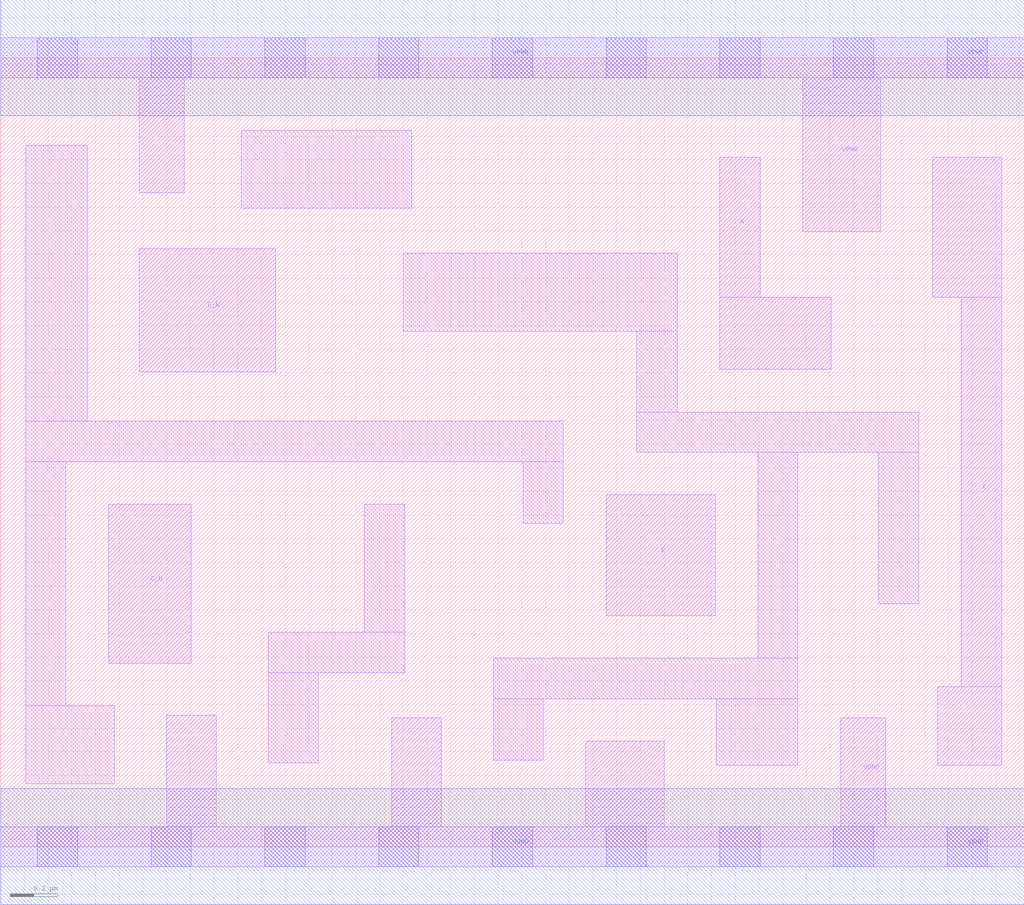
<source format=lef>
# Copyright 2020 The SkyWater PDK Authors
#
# Licensed under the Apache License, Version 2.0 (the "License");
# you may not use this file except in compliance with the License.
# You may obtain a copy of the License at
#
#     https://www.apache.org/licenses/LICENSE-2.0
#
# Unless required by applicable law or agreed to in writing, software
# distributed under the License is distributed on an "AS IS" BASIS,
# WITHOUT WARRANTIES OR CONDITIONS OF ANY KIND, either express or implied.
# See the License for the specific language governing permissions and
# limitations under the License.
#
# SPDX-License-Identifier: Apache-2.0

VERSION 5.7 ;
  NAMESCASESENSITIVE ON ;
  NOWIREEXTENSIONATPIN ON ;
  DIVIDERCHAR "/" ;
  BUSBITCHARS "[]" ;
UNITS
  DATABASE MICRONS 200 ;
END UNITS
MACRO sky130_fd_sc_lp__or4bb_m
  CLASS CORE ;
  SOURCE USER ;
  FOREIGN sky130_fd_sc_lp__or4bb_m ;
  ORIGIN  0.000000  0.000000 ;
  SIZE  4.320000 BY  3.330000 ;
  SYMMETRY X Y R90 ;
  SITE unit ;
  PIN A
    ANTENNAGATEAREA  0.126000 ;
    DIRECTION INPUT ;
    USE SIGNAL ;
    PORT
      LAYER li1 ;
        RECT 3.035000 2.015000 3.505000 2.320000 ;
        RECT 3.035000 2.320000 3.205000 2.910000 ;
    END
  END A
  PIN B
    ANTENNAGATEAREA  0.126000 ;
    DIRECTION INPUT ;
    USE SIGNAL ;
    PORT
      LAYER li1 ;
        RECT 2.555000 0.975000 3.015000 1.485000 ;
    END
  END B
  PIN C_N
    ANTENNAGATEAREA  0.126000 ;
    DIRECTION INPUT ;
    USE SIGNAL ;
    PORT
      LAYER li1 ;
        RECT 0.455000 0.775000 0.805000 1.445000 ;
    END
  END C_N
  PIN D_N
    ANTENNAGATEAREA  0.126000 ;
    DIRECTION INPUT ;
    USE SIGNAL ;
    PORT
      LAYER li1 ;
        RECT 0.585000 2.005000 1.160000 2.525000 ;
    END
  END D_N
  PIN X
    ANTENNADIFFAREA  0.222600 ;
    DIRECTION OUTPUT ;
    USE SIGNAL ;
    PORT
      LAYER li1 ;
        RECT 3.935000 2.320000 4.225000 2.910000 ;
        RECT 3.955000 0.345000 4.225000 0.675000 ;
        RECT 4.055000 0.675000 4.225000 2.320000 ;
    END
  END X
  PIN VGND
    DIRECTION INOUT ;
    USE GROUND ;
    PORT
      LAYER li1 ;
        RECT 0.000000 -0.085000 4.320000 0.085000 ;
        RECT 0.700000  0.085000 0.910000 0.555000 ;
        RECT 1.650000  0.085000 1.860000 0.545000 ;
        RECT 2.470000  0.085000 2.800000 0.445000 ;
        RECT 3.545000  0.085000 3.735000 0.545000 ;
      LAYER mcon ;
        RECT 0.155000 -0.085000 0.325000 0.085000 ;
        RECT 0.635000 -0.085000 0.805000 0.085000 ;
        RECT 1.115000 -0.085000 1.285000 0.085000 ;
        RECT 1.595000 -0.085000 1.765000 0.085000 ;
        RECT 2.075000 -0.085000 2.245000 0.085000 ;
        RECT 2.555000 -0.085000 2.725000 0.085000 ;
        RECT 3.035000 -0.085000 3.205000 0.085000 ;
        RECT 3.515000 -0.085000 3.685000 0.085000 ;
        RECT 3.995000 -0.085000 4.165000 0.085000 ;
      LAYER met1 ;
        RECT 0.000000 -0.245000 4.320000 0.245000 ;
    END
  END VGND
  PIN VPWR
    DIRECTION INOUT ;
    USE POWER ;
    PORT
      LAYER li1 ;
        RECT 0.000000 3.245000 4.320000 3.415000 ;
        RECT 0.585000 2.760000 0.775000 3.245000 ;
        RECT 3.385000 2.595000 3.715000 3.245000 ;
      LAYER mcon ;
        RECT 0.155000 3.245000 0.325000 3.415000 ;
        RECT 0.635000 3.245000 0.805000 3.415000 ;
        RECT 1.115000 3.245000 1.285000 3.415000 ;
        RECT 1.595000 3.245000 1.765000 3.415000 ;
        RECT 2.075000 3.245000 2.245000 3.415000 ;
        RECT 2.555000 3.245000 2.725000 3.415000 ;
        RECT 3.035000 3.245000 3.205000 3.415000 ;
        RECT 3.515000 3.245000 3.685000 3.415000 ;
        RECT 3.995000 3.245000 4.165000 3.415000 ;
      LAYER met1 ;
        RECT 0.000000 3.085000 4.320000 3.575000 ;
    END
  END VPWR
  OBS
    LAYER li1 ;
      RECT 0.105000 0.265000 0.480000 0.595000 ;
      RECT 0.105000 0.595000 0.275000 1.625000 ;
      RECT 0.105000 1.625000 2.375000 1.795000 ;
      RECT 0.105000 1.795000 0.365000 2.960000 ;
      RECT 1.015000 2.695000 1.735000 3.025000 ;
      RECT 1.130000 0.355000 1.340000 0.735000 ;
      RECT 1.130000 0.735000 1.705000 0.905000 ;
      RECT 1.535000 0.905000 1.705000 1.445000 ;
      RECT 1.700000 2.175000 2.855000 2.505000 ;
      RECT 2.080000 0.365000 2.290000 0.625000 ;
      RECT 2.080000 0.625000 3.365000 0.795000 ;
      RECT 2.205000 1.365000 2.375000 1.625000 ;
      RECT 2.685000 1.665000 3.875000 1.835000 ;
      RECT 2.685000 1.835000 2.855000 2.175000 ;
      RECT 3.020000 0.345000 3.365000 0.625000 ;
      RECT 3.195000 0.795000 3.365000 1.665000 ;
      RECT 3.705000 1.025000 3.875000 1.665000 ;
  END
END sky130_fd_sc_lp__or4bb_m

</source>
